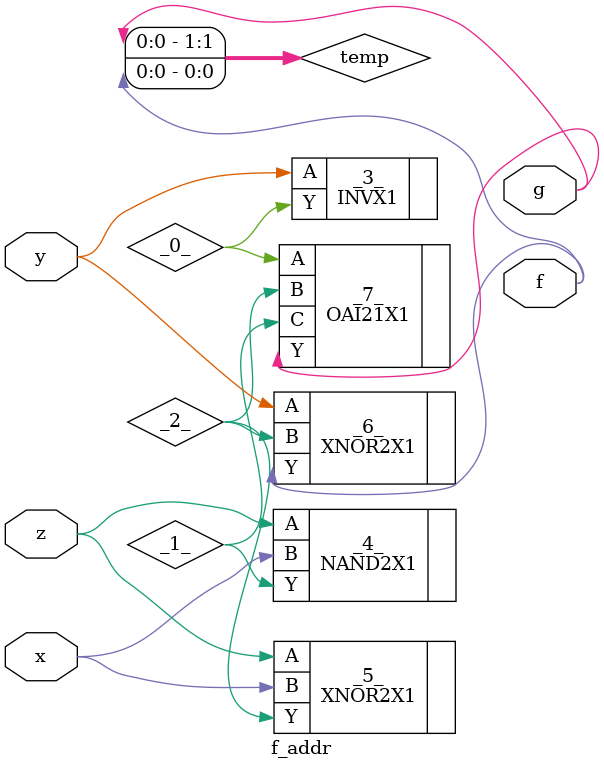
<source format=v>
/* Generated by Yosys 0.9 (git sha1 UNKNOWN, gcc 11.0.0 -fPIC -Os) */

(* top =  1  *)
(* src = "../../rtl/f_addr/full_adder.v:1" *)
module f_addr(x, y, z, f, g);
  wire _0_;
  wire _1_;
  wire _2_;
  (* src = "../../rtl/f_addr/full_adder.v:5" *)
  output f;
  (* src = "../../rtl/f_addr/full_adder.v:6" *)
  output g;
  (* src = "../../rtl/f_addr/full_adder.v:8" *)
  wire [1:0] temp;
  (* src = "../../rtl/f_addr/full_adder.v:2" *)
  input x;
  (* src = "../../rtl/f_addr/full_adder.v:3" *)
  input y;
  (* src = "../../rtl/f_addr/full_adder.v:4" *)
  input z;
  INVX1 _3_ (
    .A(y),
    .Y(_0_)
  );
  NAND2X1 _4_ (
    .A(z),
    .B(x),
    .Y(_1_)
  );
  XNOR2X1 _5_ (
    .A(z),
    .B(x),
    .Y(_2_)
  );
  XNOR2X1 _6_ (
    .A(y),
    .B(_2_),
    .Y(f)
  );
  OAI21X1 _7_ (
    .A(_0_),
    .B(_2_),
    .C(_1_),
    .Y(g)
  );
  assign temp = { g, f };
endmodule

</source>
